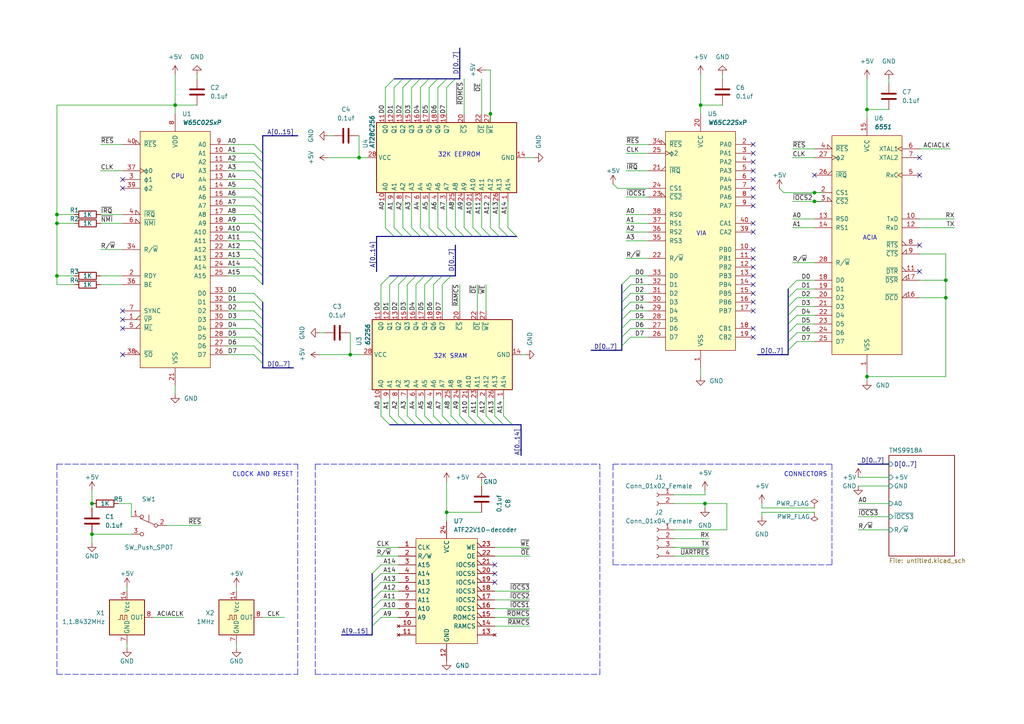
<source format=kicad_sch>
(kicad_sch (version 20211123) (generator eeschema)
  (paper "A4")
  (lib_symbols
    (symbol "65xx:6551" (pin_names (offset 1.016))
      (property "Reference" "U" (at -10.16 33.02 0))
      (property "Value" "6551" (at 0 0 90))
      (symbol "6551_1_1"
        (pin power_in line (at 0 -36.83 90) (length 5.08) (name "VSS") (number "1"))
        (pin output line (at 15.24 7.62 180) (length 5.08) (name "TxD") (number "10"))
        (pin output output_low (at 15.24 -7.62 180) (length 5.08) (name "~{DTR}") (number "11"))
        (pin input line (at 15.24 5.08 180) (length 5.08) (name "RxD") (number "12"))
        (pin input line (at -15.24 7.62 0) (length 5.08) (name "RS0") (number "13"))
        (pin input line (at -15.24 5.08 0) (length 5.08) (name "RS1") (number "14"))
        (pin power_in line (at 0 36.83 270) (length 5.08) (name "VCC") (number "15"))
        (pin input input_low (at 15.24 -15.24 180) (length 5.08) (name "~{DCD}") (number "16"))
        (pin input input_low (at 15.24 -10.16 180) (length 5.08) (name "~{DSR}") (number "17"))
        (pin bidirectional line (at -15.24 -10.16 0) (length 5.08) (name "D0") (number "18"))
        (pin bidirectional line (at -15.24 -12.7 0) (length 5.08) (name "D1") (number "19"))
        (pin input line (at -15.24 15.24 0) (length 5.08) (name "CS1") (number "2"))
        (pin bidirectional line (at -15.24 -15.24 0) (length 5.08) (name "D2") (number "20"))
        (pin bidirectional line (at -15.24 -17.78 0) (length 5.08) (name "D3") (number "21"))
        (pin bidirectional line (at -15.24 -20.32 0) (length 5.08) (name "D4") (number "22"))
        (pin bidirectional line (at -15.24 -22.86 0) (length 5.08) (name "D5") (number "23"))
        (pin bidirectional line (at -15.24 -25.4 0) (length 5.08) (name "D6") (number "24"))
        (pin bidirectional line (at -15.24 -27.94 0) (length 5.08) (name "D7") (number "25"))
        (pin open_collector output_low (at -15.24 20.32 0) (length 5.08) (name "~{IRQ}") (number "26"))
        (pin input clock (at -15.24 25.4 0) (length 5.08) (name "ϕ2") (number "27"))
        (pin input line (at -15.24 -5.08 0) (length 5.08) (name "R/~{W}") (number "28"))
        (pin input input_low (at -15.24 12.7 0) (length 5.08) (name "~{CS2}") (number "3"))
        (pin input input_low (at -15.24 27.94 0) (length 5.08) (name "~{RES}") (number "4"))
        (pin bidirectional clock (at 15.24 20.32 180) (length 5.08) (name "RxC") (number "5"))
        (pin input clock (at 15.24 27.94 180) (length 5.08) (name "XTAL1") (number "6"))
        (pin output line (at 15.24 25.4 180) (length 5.08) (name "XTAL2") (number "7"))
        (pin output output_low (at 15.24 0 180) (length 5.08) (name "~{RTS}") (number "8"))
        (pin input input_low (at 15.24 -2.54 180) (length 5.08) (name "~{CTS}") (number "9"))
      )
    )
    (symbol "65xx:W65C02SxP" (pin_names (offset 1.016))
      (property "Reference" "U" (at -10.16 35.56 0))
      (property "Value" "W65C02SxP" (at 0 0 90))
      (symbol "W65C02SxP_1_1"
        (pin output output_low (at -15.24 -20.32 0) (length 5.08) (name "~{VP}") (number "1"))
        (pin tri_state line (at 15.24 27.94 180) (length 5.08) (name "A1") (number "10"))
        (pin tri_state line (at 15.24 25.4 180) (length 5.08) (name "A2") (number "11"))
        (pin tri_state line (at 15.24 22.86 180) (length 5.08) (name "A3") (number "12"))
        (pin tri_state line (at 15.24 20.32 180) (length 5.08) (name "A4") (number "13"))
        (pin tri_state line (at 15.24 17.78 180) (length 5.08) (name "A5") (number "14"))
        (pin tri_state line (at 15.24 15.24 180) (length 5.08) (name "A6") (number "15"))
        (pin tri_state line (at 15.24 12.7 180) (length 5.08) (name "A7") (number "16"))
        (pin tri_state line (at 15.24 10.16 180) (length 5.08) (name "A8") (number "17"))
        (pin tri_state line (at 15.24 7.62 180) (length 5.08) (name "A9") (number "18"))
        (pin tri_state line (at 15.24 5.08 180) (length 5.08) (name "A10") (number "19"))
        (pin open_collector line (at -15.24 -7.62 0) (length 5.08) (name "RDY") (number "2"))
        (pin tri_state line (at 15.24 2.54 180) (length 5.08) (name "A11") (number "20"))
        (pin power_in line (at 0 -39.37 90) (length 5.08) (name "VSS") (number "21"))
        (pin tri_state line (at 15.24 0 180) (length 5.08) (name "A12") (number "22"))
        (pin tri_state line (at 15.24 -2.54 180) (length 5.08) (name "A13") (number "23"))
        (pin tri_state line (at 15.24 -5.08 180) (length 5.08) (name "A14") (number "24"))
        (pin tri_state line (at 15.24 -7.62 180) (length 5.08) (name "A15") (number "25"))
        (pin bidirectional line (at 15.24 -30.48 180) (length 5.08) (name "D7") (number "26"))
        (pin bidirectional line (at 15.24 -27.94 180) (length 5.08) (name "D6") (number "27"))
        (pin bidirectional line (at 15.24 -25.4 180) (length 5.08) (name "D5") (number "28"))
        (pin bidirectional line (at 15.24 -22.86 180) (length 5.08) (name "D4") (number "29"))
        (pin output line (at -15.24 20.32 0) (length 5.08) (name "ϕ1") (number "3"))
        (pin bidirectional line (at 15.24 -20.32 180) (length 5.08) (name "D3") (number "30"))
        (pin bidirectional line (at 15.24 -17.78 180) (length 5.08) (name "D2") (number "31"))
        (pin bidirectional line (at 15.24 -15.24 180) (length 5.08) (name "D1") (number "32"))
        (pin bidirectional line (at 15.24 -12.7 180) (length 5.08) (name "D0") (number "33"))
        (pin tri_state line (at -15.24 0 0) (length 5.08) (name "R/~{W}") (number "34"))
        (pin no_connect non_logic (at -10.16 -27.94 0) (length 2.54) hide (name "nc") (number "35"))
        (pin input line (at -15.24 -10.16 0) (length 5.08) (name "BE") (number "36"))
        (pin input clock (at -15.24 22.86 0) (length 5.08) (name "ϕ0") (number "37"))
        (pin input input_low (at -15.24 -30.48 0) (length 5.08) (name "~{SO}") (number "38"))
        (pin output line (at -15.24 17.78 0) (length 5.08) (name "ϕ2") (number "39"))
        (pin input input_low (at -15.24 10.16 0) (length 5.08) (name "~{IRQ}") (number "4"))
        (pin input input_low (at -15.24 30.48 0) (length 5.08) (name "~{RES}") (number "40"))
        (pin output output_low (at -15.24 -22.86 0) (length 5.08) (name "~{ML}") (number "5"))
        (pin input input_low (at -15.24 7.62 0) (length 5.08) (name "~{NMI}") (number "6"))
        (pin output line (at -15.24 -17.78 0) (length 5.08) (name "SYNC") (number "7"))
        (pin power_in line (at 0 39.37 270) (length 5.08) (name "VDD") (number "8"))
        (pin tri_state line (at 15.24 30.48 180) (length 5.08) (name "A0") (number "9"))
      )
    )
    (symbol "65xx:W65C22SxP" (pin_names (offset 1.016))
      (property "Reference" "U" (at -10.16 33.02 0))
      (property "Value" "W65C22SxP" (at 0 0 90))
      (symbol "W65C22SxP_1_1"
        (pin power_in line (at 0 -36.83 90) (length 5.08) (name "VSS") (number "1"))
        (pin bidirectional line (at 15.24 -2.54 180) (length 5.08) (name "PB0") (number "10"))
        (pin bidirectional line (at 15.24 -5.08 180) (length 5.08) (name "PB1") (number "11"))
        (pin bidirectional line (at 15.24 -7.62 180) (length 5.08) (name "PB2") (number "12"))
        (pin bidirectional line (at 15.24 -10.16 180) (length 5.08) (name "PB3") (number "13"))
        (pin bidirectional line (at 15.24 -12.7 180) (length 5.08) (name "PB4") (number "14"))
        (pin bidirectional line (at 15.24 -15.24 180) (length 5.08) (name "PB5") (number "15"))
        (pin bidirectional line (at 15.24 -17.78 180) (length 5.08) (name "PB6") (number "16"))
        (pin bidirectional line (at 15.24 -20.32 180) (length 5.08) (name "PB7") (number "17"))
        (pin input line (at 15.24 -25.4 180) (length 5.08) (name "CB1") (number "18"))
        (pin bidirectional line (at 15.24 -27.94 180) (length 5.08) (name "CB2") (number "19"))
        (pin bidirectional line (at 15.24 27.94 180) (length 5.08) (name "PA0") (number "2"))
        (pin power_in line (at 0 36.83 270) (length 5.08) (name "VCC") (number "20"))
        (pin output output_low (at -15.24 20.32 0) (length 5.08) (name "~{IRQ}") (number "21"))
        (pin input line (at -15.24 -5.08 0) (length 5.08) (name "R/~{W}") (number "22"))
        (pin input input_low (at -15.24 12.7 0) (length 5.08) (name "~{CS2}") (number "23"))
        (pin input line (at -15.24 15.24 0) (length 5.08) (name "CS1") (number "24"))
        (pin input clock (at -15.24 25.4 0) (length 5.08) (name "ϕ2") (number "25"))
        (pin bidirectional line (at -15.24 -27.94 0) (length 5.08) (name "D7") (number "26"))
        (pin bidirectional line (at -15.24 -25.4 0) (length 5.08) (name "D6") (number "27"))
        (pin bidirectional line (at -15.24 -22.86 0) (length 5.08) (name "D5") (number "28"))
        (pin bidirectional line (at -15.24 -20.32 0) (length 5.08) (name "D4") (number "29"))
        (pin bidirectional line (at 15.24 25.4 180) (length 5.08) (name "PA1") (number "3"))
        (pin bidirectional line (at -15.24 -17.78 0) (length 5.08) (name "D3") (number "30"))
        (pin bidirectional line (at -15.24 -15.24 0) (length 5.08) (name "D2") (number "31"))
        (pin bidirectional line (at -15.24 -12.7 0) (length 5.08) (name "D1") (number "32"))
        (pin bidirectional line (at -15.24 -10.16 0) (length 5.08) (name "D0") (number "33"))
        (pin input input_low (at -15.24 27.94 0) (length 5.08) (name "~{RES}") (number "34"))
        (pin input line (at -15.24 0 0) (length 5.08) (name "RS3") (number "35"))
        (pin input line (at -15.24 2.54 0) (length 5.08) (name "RS2") (number "36"))
        (pin input line (at -15.24 5.08 0) (length 5.08) (name "RS1") (number "37"))
        (pin input line (at -15.24 7.62 0) (length 5.08) (name "RS0") (number "38"))
        (pin bidirectional line (at 15.24 2.54 180) (length 5.08) (name "CA2") (number "39"))
        (pin bidirectional line (at 15.24 22.86 180) (length 5.08) (name "PA2") (number "4"))
        (pin input line (at 15.24 5.08 180) (length 5.08) (name "CA1") (number "40"))
        (pin bidirectional line (at 15.24 20.32 180) (length 5.08) (name "PA3") (number "5"))
        (pin bidirectional line (at 15.24 17.78 180) (length 5.08) (name "PA4") (number "6"))
        (pin bidirectional line (at 15.24 15.24 180) (length 5.08) (name "PA5") (number "7"))
        (pin bidirectional line (at 15.24 12.7 180) (length 5.08) (name "PA6") (number "8"))
        (pin bidirectional line (at 15.24 10.16 180) (length 5.08) (name "PA7") (number "9"))
      )
    )
    (symbol "Connector:Conn_01x02_Female" (pin_names (offset 1.016) hide)
      (property "Reference" "J" (at 0 2.54 0))
      (property "Value" "Conn_01x02_Female" (at 0 -5.08 0))
      (symbol "Conn_01x02_Female_1_1"
        (pin passive line (at -5.08 0 0) (length 3.81) (name "Pin_1") (number "1"))
        (pin passive line (at -5.08 -2.54 0) (length 3.81) (name "Pin_2") (number "2"))
      )
    )
    (symbol "Connector:Conn_01x04_Female" (pin_names (offset 1.016) hide)
      (property "Reference" "J" (at 0 5.08 0))
      (property "Value" "Conn_01x04_Female" (at 0 -7.62 0))
      (symbol "Conn_01x04_Female_1_1"
        (pin passive line (at -5.08 2.54 0) (length 3.81) (name "Pin_1") (number "1"))
        (pin passive line (at -5.08 0 0) (length 3.81) (name "Pin_2") (number "2"))
        (pin passive line (at -5.08 -2.54 0) (length 3.81) (name "Pin_3") (number "3"))
        (pin passive line (at -5.08 -5.08 0) (length 3.81) (name "Pin_4") (number "4"))
      )
    )
    (symbol "Device:C" (pin_numbers hide) (pin_names (offset 0.254))
      (property "Reference" "C" (at 0.635 2.54 0))
      (property "Value" "C" (at 0.635 -2.54 0))
      (symbol "C_1_1"
        (pin passive line (at 0 3.81 270) (length 2.794) (name "~") (number "1"))
        (pin passive line (at 0 -3.81 90) (length 2.794) (name "~") (number "2"))
      )
    )
    (symbol "Device:R" (pin_numbers hide) (pin_names (offset 0))
      (property "Reference" "R" (at 2.032 0 90))
      (property "Value" "R" (at 0 0 90))
      (symbol "R_1_1"
        (pin passive line (at 0 3.81 270) (length 1.27) (name "~") (number "1"))
        (pin passive line (at 0 -3.81 90) (length 1.27) (name "~") (number "2"))
      )
    )
    (symbol "Memory_RAM:KM62256CLP"
      (property "Reference" "U3" (at -10.16 21.59 0))
      (property "Value" "KM62256CLP" (at 1.27 21.59 0))
      (symbol "KM62256CLP_0_0"
        (pin power_in line (at 0 -22.86 90) (length 2.54) (name "GND") (number "14"))
        (pin power_in line (at 0 22.86 270) (length 2.54) (name "VCC") (number "28"))
      )
      (symbol "KM62256CLP_1_1"
        (pin input line (at -12.7 -17.78 0) (length 2.54) (name "A14") (number "1"))
        (pin input line (at -12.7 17.78 0) (length 2.54) (name "A0") (number "10"))
        (pin tri_state line (at 12.7 17.78 180) (length 2.54) (name "Q0") (number "11"))
        (pin tri_state line (at 12.7 15.24 180) (length 2.54) (name "Q1") (number "12"))
        (pin tri_state line (at 12.7 12.7 180) (length 2.54) (name "Q2") (number "13"))
        (pin tri_state line (at 12.7 10.16 180) (length 2.54) (name "Q3") (number "15"))
        (pin tri_state line (at 12.7 7.62 180) (length 2.54) (name "Q4") (number "16"))
        (pin tri_state line (at 12.7 5.08 180) (length 2.54) (name "Q5") (number "17"))
        (pin tri_state line (at 12.7 2.54 180) (length 2.54) (name "Q6") (number "18"))
        (pin tri_state line (at 12.7 0 180) (length 2.54) (name "Q7") (number "19"))
        (pin input line (at -12.7 -12.7 0) (length 2.54) (name "A12") (number "2"))
        (pin input line (at 12.7 -5.08 180) (length 2.54) (name "~{CS}") (number "20"))
        (pin input line (at -12.7 -7.62 0) (length 2.54) (name "A10") (number "21"))
        (pin input line (at 12.7 -10.16 180) (length 2.54) (name "~{OE}") (number "22"))
        (pin input line (at -12.7 -10.16 0) (length 2.54) (name "A11") (number "23"))
        (pin input line (at -12.7 -5.08 0) (length 2.54) (name "A9") (number "24"))
        (pin input line (at -12.7 -2.54 0) (length 2.54) (name "A8") (number "25"))
        (pin input line (at -12.7 -15.24 0) (length 2.54) (name "A13") (number "26"))
        (pin input line (at 12.7 -12.7 180) (length 2.54) (name "~{WE}") (number "27"))
        (pin input line (at -12.7 0 0) (length 2.54) (name "A7") (number "3"))
        (pin input line (at -12.7 2.54 0) (length 2.54) (name "A6") (number "4"))
        (pin input line (at -12.7 5.08 0) (length 2.54) (name "A5") (number "5"))
        (pin input line (at -12.7 7.62 0) (length 2.54) (name "A4") (number "6"))
        (pin input line (at -12.7 10.16 0) (length 2.54) (name "A3") (number "7"))
        (pin input line (at -12.7 12.7 0) (length 2.54) (name "A2") (number "8"))
        (pin input line (at -12.7 15.24 0) (length 2.54) (name "A1") (number "9"))
      )
    )
    (symbol "Oscillator:ACO-xxxMHz" (pin_names (offset 0.254))
      (property "Reference" "X" (at -5.08 6.35 0))
      (property "Value" "ACO-xxxMHz" (at 1.27 -6.35 0))
      (symbol "ACO-xxxMHz_1_1"
        (pin no_connect line (at -7.62 0 0) (length 2.54) hide (name "NC") (number "1"))
        (pin power_in line (at 0 7.62 270) (length 2.54) (name "Vcc") (number "14"))
        (pin power_in line (at 0 -7.62 90) (length 2.54) (name "GND") (number "7"))
        (pin output line (at 7.62 0 180) (length 2.54) (name "OUT") (number "8"))
      )
    )
    (symbol "Switch:SW_Push_SPDT" (pin_names (offset 0) hide)
      (property "Reference" "SW" (at 0 4.318 0))
      (property "Value" "SW_Push_SPDT" (at 0 -5.08 0))
      (symbol "SW_Push_SPDT_1_1"
        (pin passive line (at 5.08 2.54 180) (length 2.54) (name "A") (number "1"))
        (pin passive line (at -5.08 0 0) (length 2.54) (name "B") (number "2"))
        (pin passive line (at 5.08 -2.54 180) (length 2.54) (name "C") (number "3"))
      )
    )
    (symbol "local_lib:AT28C256"
      (property "Reference" "U4" (at -2.0194 -25.4 0))
      (property "Value" "AT28C256" (at 1.27 21.59 0))
      (symbol "AT28C256_0_0"
        (pin power_in line (at 0 -22.86 90) (length 2.54) (name "GND") (number "14"))
        (pin power_in line (at 0 22.86 270) (length 2.54) (name "VCC") (number "28"))
      )
      (symbol "AT28C256_1_1"
        (pin input line (at -12.7 -17.78 0) (length 2.54) (name "A14") (number "1"))
        (pin input line (at -12.7 17.78 0) (length 2.54) (name "A0") (number "10"))
        (pin tri_state line (at 12.7 17.78 180) (length 2.54) (name "Q0") (number "11"))
        (pin tri_state line (at 12.7 15.24 180) (length 2.54) (name "Q1") (number "12"))
        (pin tri_state line (at 12.7 12.7 180) (length 2.54) (name "Q2") (number "13"))
        (pin tri_state line (at 12.7 10.16 180) (length 2.54) (name "Q3") (number "15"))
        (pin tri_state line (at 12.7 7.62 180) (length 2.54) (name "Q4") (number "16"))
        (pin tri_state line (at 12.7 5.08 180) (length 2.54) (name "Q5") (number "17"))
        (pin tri_state line (at 12.7 2.54 180) (length 2.54) (name "Q6") (number "18"))
        (pin tri_state line (at 12.7 0 180) (length 2.54) (name "Q7") (number "19"))
        (pin input line (at -12.7 -12.7 0) (length 2.54) (name "A12") (number "2"))
        (pin input line (at 12.7 -5.08 180) (length 2.54) (name "~{CS}") (number "20"))
        (pin input line (at -12.7 -7.62 0) (length 2.54) (name "A10") (number "21"))
        (pin input line (at 12.7 -10.16 180) (length 2.54) (name "~{OE}") (number "22"))
        (pin input line (at -12.7 -10.16 0) (length 2.54) (name "A11") (number "23"))
        (pin input line (at -12.7 -5.08 0) (length 2.54) (name "A9") (number "24"))
        (pin input line (at -12.7 -2.54 0) (length 2.54) (name "A8") (number "25"))
        (pin input line (at -12.7 -15.24 0) (length 2.54) (name "A13") (number "26"))
        (pin input line (at 12.7 -12.7 180) (length 2.54) (name "~{WE}") (number "27"))
        (pin input line (at -12.7 0 0) (length 2.54) (name "A7") (number "3"))
        (pin input line (at -12.7 2.54 0) (length 2.54) (name "A6") (number "4"))
        (pin input line (at -12.7 5.08 0) (length 2.54) (name "A5") (number "5"))
        (pin input line (at -12.7 7.62 0) (length 2.54) (name "A4") (number "6"))
        (pin input line (at -12.7 10.16 0) (length 2.54) (name "A3") (number "7"))
        (pin input line (at -12.7 12.7 0) (length 2.54) (name "A2") (number "8"))
        (pin input line (at -12.7 15.24 0) (length 2.54) (name "A1") (number "9"))
      )
    )
    (symbol "local_lib:ATF22V10-decoder"
      (property "Reference" "U" (at -8.89 -1.27 0))
      (property "Value" "ATF22V10-decoder" (at 0 -17.78 90))
      (symbol "ATF22V10-decoder_1_1"
        (pin input line (at -13.97 -5.08 0) (length 5) (name "CLK") (number "1"))
        (pin no_connect line (at -13.97 -27.94 0) (length 5) (name "") (number "10"))
        (pin no_connect line (at -13.97 -30.48 0) (length 5) (name "") (number "11"))
        (pin power_in line (at 0 -38.1 90) (length 5) (name "GND") (number "12"))
        (pin no_connect line (at 13.97 -30.48 180) (length 5) (name "") (number "13"))
        (pin output output_low (at 13.97 -27.94 180) (length 5) (name "RAMCS") (number "14"))
        (pin output output_low (at 13.97 -25.4 180) (length 5) (name "ROMCS") (number "15"))
        (pin output output_low (at 13.97 -22.86 180) (length 5) (name "IOCS1") (number "16"))
        (pin output output_low (at 13.97 -20.32 180) (length 5) (name "IOCS2") (number "17"))
        (pin output output_low (at 13.97 -17.78 180) (length 5) (name "IOCS3") (number "18"))
        (pin output output_low (at 13.97 -15.24 180) (length 5) (name "IOCS4") (number "19"))
        (pin input line (at -13.97 -7.62 0) (length 5) (name "R/W") (number "2"))
        (pin output output_low (at 13.97 -12.7 180) (length 5) (name "IOCS5") (number "20"))
        (pin output output_low (at 13.97 -10.16 180) (length 5) (name "IOCS6") (number "21"))
        (pin output output_low (at 13.97 -7.62 180) (length 5) (name "OE") (number "22"))
        (pin output output_low (at 13.97 -5.08 180) (length 5) (name "WE") (number "23"))
        (pin power_in line (at 0 2.54 270) (length 5) (name "VCC") (number "24"))
        (pin input line (at -13.97 -10.16 0) (length 5) (name "A15") (number "3"))
        (pin input line (at -13.97 -12.7 0) (length 5) (name "A14") (number "4"))
        (pin input line (at -13.97 -15.24 0) (length 5) (name "A13") (number "5"))
        (pin input line (at -13.97 -17.78 0) (length 5) (name "A12") (number "6"))
        (pin input line (at -13.97 -20.32 0) (length 5) (name "A11") (number "7"))
        (pin input line (at -13.97 -22.86 0) (length 5) (name "A10") (number "8"))
        (pin input line (at -13.97 -25.4 0) (length 5) (name "A9") (number "9"))
      )
    )
    (symbol "power:+5V" (power) (pin_names (offset 0))
      (property "Value" "+5V" (at 0 3.556 0))
      (symbol "+5V_1_1"
        (pin power_in line (at 0 0 90) (length 0) hide (name "+5V") (number "1"))
      )
    )
    (symbol "power:GND" (power) (pin_names (offset 0))
      (property "Value" "GND" (at 0 -3.81 0))
      (symbol "GND_1_1"
        (pin power_in line (at 0 0 270) (length 0) hide (name "GND") (number "1"))
      )
    )
    (symbol "power:PWR_FLAG" (power) (pin_numbers hide) (pin_names (offset 0) hide)
      (property "Value" "PWR_FLAG" (at 0 3.81 0))
      (symbol "PWR_FLAG_0_0"
        (pin power_out line (at 0 0 90) (length 0) (name "pwr") (number "1"))
      )
    )
  )
  (junction (at 50.8 30.48))
  (junction (at 104.14 45.72))
  (junction (at 142.24 33.02))
  (junction (at 236.22 55.88))
  (junction (at 26.67 154.94))
  (junction (at 16.51 62.23))
  (junction (at 251.46 31.75))
  (junction (at 274.32 86.36))
  (junction (at 129.54 148.59))
  (junction (at 16.51 80.01))
  (junction (at 203.2 30.48))
  (junction (at 251.46 109.22))
  (junction (at 101.6 102.87))
  (junction (at 16.51 64.77))
  (junction (at 274.32 81.28))
  (junction (at 204.47 146.05))
  (junction (at 26.67 146.05))
  (junction (at 236.22 58.42))
  (no_connect (at 218.44 57.15))
  (no_connect (at 236.22 50.8))
  (no_connect (at 218.44 80.01))
  (no_connect (at 218.44 64.77))
  (no_connect (at 218.44 67.31))
  (no_connect (at 218.44 97.79))
  (no_connect (at 218.44 95.25))
  (no_connect (at 218.44 87.63))
  (no_connect (at 218.44 59.69))
  (no_connect (at 218.44 72.39))
  (no_connect (at 218.44 41.91))
  (no_connect (at 218.44 85.09))
  (no_connect (at 143.51 163.83))
  (no_connect (at 143.51 166.37))
  (no_connect (at 143.51 168.91))
  (no_connect (at 266.7 45.72))
  (no_connect (at 218.44 52.07))
  (no_connect (at 218.44 90.17))
  (no_connect (at 218.44 82.55))
  (no_connect (at 266.7 50.8))
  (no_connect (at 266.7 71.12))
  (no_connect (at 218.44 54.61))
  (no_connect (at 218.44 49.53))
  (no_connect (at 218.44 46.99))
  (no_connect (at 218.44 74.93))
  (no_connect (at 218.44 44.45))
  (no_connect (at 218.44 77.47))
  (no_connect (at 266.7 78.74))
  (no_connect (at 35.56 54.61))
  (no_connect (at 35.56 92.71))
  (no_connect (at 35.56 90.17))
  (no_connect (at 35.56 95.25))
  (no_connect (at 35.56 102.87))
  (no_connect (at 35.56 52.07))
  (bus_entry (at 138.43 120.65) (size 2.54 2.54))
  (bus_entry (at 73.66 77.47) (size 2.54 2.54))
  (bus_entry (at 73.66 57.15) (size 2.54 2.54))
  (bus_entry (at 114.3 25.4) (size 2.54 -2.54))
  (bus_entry (at 115.57 120.65) (size 2.54 2.54))
  (bus_entry (at 73.66 62.23) (size 2.54 2.54))
  (bus_entry (at 182.88 85.09) (size -2.54 2.54))
  (bus_entry (at 231.14 96.52) (size -2.54 2.54))
  (bus_entry (at 125.73 82.55) (size 2.54 -2.54))
  (bus_entry (at 231.14 93.98) (size -2.54 2.54))
  (bus_entry (at 73.66 69.85) (size 2.54 2.54))
  (bus_entry (at 182.88 97.79) (size -2.54 2.54))
  (bus_entry (at 182.88 90.17) (size -2.54 2.54))
  (bus_entry (at 182.88 80.01) (size -2.54 2.54))
  (bus_entry (at 231.14 88.9) (size -2.54 2.54))
  (bus_entry (at 111.76 25.4) (size 2.54 -2.54))
  (bus_entry (at 110.49 120.65) (size 2.54 2.54))
  (bus_entry (at 231.14 99.06) (size -2.54 2.54))
  (bus_entry (at 116.84 25.4) (size 2.54 -2.54))
  (bus_entry (at 123.19 120.65) (size 2.54 2.54))
  (bus_entry (at 73.66 67.31) (size 2.54 2.54))
  (bus_entry (at 139.7 66.04) (size 2.54 2.54))
  (bus_entry (at 144.78 66.04) (size 2.54 2.54))
  (bus_entry (at 129.54 25.4) (size 2.54 -2.54))
  (bus_entry (at 111.76 66.04) (size 2.54 2.54))
  (bus_entry (at 73.66 85.09) (size 2.54 2.54))
  (bus_entry (at 121.92 66.04) (size 2.54 2.54))
  (bus_entry (at 182.88 95.25) (size -2.54 2.54))
  (bus_entry (at 124.46 25.4) (size 2.54 -2.54))
  (bus_entry (at 107.95 171.45) (size 2.54 -2.54))
  (bus_entry (at 123.19 82.55) (size 2.54 -2.54))
  (bus_entry (at 120.65 120.65) (size 2.54 2.54))
  (bus_entry (at 182.88 87.63) (size -2.54 2.54))
  (bus_entry (at 113.03 120.65) (size 2.54 2.54))
  (bus_entry (at 137.16 66.04) (size 2.54 2.54))
  (bus_entry (at 107.95 166.37) (size 2.54 -2.54))
  (bus_entry (at 107.95 168.91) (size 2.54 -2.54))
  (bus_entry (at 107.95 179.07) (size 2.54 -2.54))
  (bus_entry (at 73.66 54.61) (size 2.54 2.54))
  (bus_entry (at 73.66 49.53) (size 2.54 2.54))
  (bus_entry (at 147.32 66.04) (size 2.54 2.54))
  (bus_entry (at 142.24 66.04) (size 2.54 2.54))
  (bus_entry (at 73.66 74.93) (size 2.54 2.54))
  (bus_entry (at 231.14 83.82) (size -2.54 2.54))
  (bus_entry (at 146.05 120.65) (size 2.54 2.54))
  (bus_entry (at 133.35 120.65) (size 2.54 2.54))
  (bus_entry (at 129.54 66.04) (size 2.54 2.54))
  (bus_entry (at 113.03 82.55) (size 2.54 -2.54))
  (bus_entry (at 73.66 64.77) (size 2.54 2.54))
  (bus_entry (at 182.88 92.71) (size -2.54 2.54))
  (bus_entry (at 231.14 81.28) (size -2.54 2.54))
  (bus_entry (at 125.73 120.65) (size 2.54 2.54))
  (bus_entry (at 107.95 173.99) (size 2.54 -2.54))
  (bus_entry (at 127 66.04) (size 2.54 2.54))
  (bus_entry (at 107.95 176.53) (size 2.54 -2.54))
  (bus_entry (at 115.57 82.55) (size 2.54 -2.54))
  (bus_entry (at 73.66 46.99) (size 2.54 2.54))
  (bus_entry (at 143.51 120.65) (size 2.54 2.54))
  (bus_entry (at 116.84 66.04) (size 2.54 2.54))
  (bus_entry (at 231.14 86.36) (size -2.54 2.54))
  (bus_entry (at 110.49 82.55) (size 2.54 -2.54))
  (bus_entry (at 132.08 66.04) (size 2.54 2.54))
  (bus_entry (at 130.81 120.65) (size 2.54 2.54))
  (bus_entry (at 73.66 80.01) (size 2.54 2.54))
  (bus_entry (at 140.97 120.65) (size 2.54 2.54))
  (bus_entry (at 119.38 25.4) (size 2.54 -2.54))
  (bus_entry (at 73.66 102.87) (size 2.54 2.54))
  (bus_entry (at 73.66 97.79) (size 2.54 2.54))
  (bus_entry (at 73.66 95.25) (size 2.54 2.54))
  (bus_entry (at 73.66 100.33) (size 2.54 2.54))
  (bus_entry (at 73.66 87.63) (size 2.54 2.54))
  (bus_entry (at 73.66 90.17) (size 2.54 2.54))
  (bus_entry (at 73.66 92.71) (size 2.54 2.54))
  (bus_entry (at 120.65 82.55) (size 2.54 -2.54))
  (bus_entry (at 119.38 66.04) (size 2.54 2.54))
  (bus_entry (at 73.66 72.39) (size 2.54 2.54))
  (bus_entry (at 124.46 66.04) (size 2.54 2.54))
  (bus_entry (at 231.14 91.44) (size -2.54 2.54))
  (bus_entry (at 128.27 82.55) (size 2.54 -2.54))
  (bus_entry (at 73.66 41.91) (size 2.54 2.54))
  (bus_entry (at 73.66 44.45) (size 2.54 2.54))
  (bus_entry (at 73.66 52.07) (size 2.54 2.54))
  (bus_entry (at 128.27 120.65) (size 2.54 2.54))
  (bus_entry (at 73.66 59.69) (size 2.54 2.54))
  (bus_entry (at 135.89 120.65) (size 2.54 2.54))
  (bus_entry (at 118.11 82.55) (size 2.54 -2.54))
  (bus_entry (at 118.11 120.65) (size 2.54 2.54))
  (bus_entry (at 182.88 82.55) (size -2.54 2.54))
  (bus_entry (at 121.92 25.4) (size 2.54 -2.54))
  (bus_entry (at 114.3 66.04) (size 2.54 2.54))
  (bus_entry (at 107.95 181.61) (size 2.54 -2.54))
  (bus_entry (at 127 25.4) (size 2.54 -2.54))
  (bus_entry (at 134.62 66.04) (size 2.54 2.54))
  (wire (pts (xy 251.46 109.22) (xy 251.46 110.49)))
  (bus (pts (xy 123.19 80.01) (xy 125.73 80.01)))
  (wire (pts (xy 125.73 90.17) (xy 125.73 82.55)))
  (wire (pts (xy 195.58 161.29) (xy 205.74 161.29)))
  (wire (pts (xy 236.22 81.28) (xy 231.14 81.28)))
  (wire (pts (xy 66.04 62.23) (xy 73.66 62.23)))
  (wire (pts (xy 66.04 59.69) (xy 73.66 59.69)))
  (wire (pts (xy 36.83 170.18) (xy 36.83 171.45)))
  (wire (pts (xy 128.27 90.17) (xy 128.27 82.55)))
  (bus (pts (xy 76.2 105.41) (xy 76.2 106.68)))
  (bus (pts (xy 228.6 86.36) (xy 228.6 88.9)))
  (wire (pts (xy 236.22 86.36) (xy 231.14 86.36)))
  (bus (pts (xy 130.81 80.01) (xy 132.08 80.01)))
  (wire (pts (xy 181.61 62.23) (xy 187.96 62.23)))
  (wire (pts (xy 227.33 55.88) (xy 236.22 55.88)))
  (bus (pts (xy 76.2 106.68) (xy 85.09 106.68)))
  (polyline (pts (xy 91.44 134.62) (xy 173.99 134.62)))
  (wire (pts (xy 140.97 82.55) (xy 140.97 90.17)))
  (bus (pts (xy 115.57 123.19) (xy 118.11 123.19)))
  (bus (pts (xy 148.59 123.19) (xy 151.13 123.19)))
  (wire (pts (xy 66.04 44.45) (xy 73.66 44.45)))
  (wire (pts (xy 66.04 92.71) (xy 73.66 92.71)))
  (wire (pts (xy 66.04 67.31) (xy 73.66 67.31)))
  (bus (pts (xy 228.6 93.98) (xy 228.6 96.52)))
  (polyline (pts (xy 16.51 195.58) (xy 86.36 195.58)))
  (wire (pts (xy 229.87 66.04) (xy 236.22 66.04)))
  (wire (pts (xy 142.24 33.02) (xy 142.24 20.32)))
  (wire (pts (xy 248.92 146.05) (xy 257.81 146.05)))
  (wire (pts (xy 220.98 148.59) (xy 236.22 148.59)))
  (bus (pts (xy 107.95 166.37) (xy 107.95 168.91)))
  (wire (pts (xy 238.76 58.42) (xy 236.22 58.42)))
  (wire (pts (xy 50.8 30.48) (xy 50.8 33.02)))
  (wire (pts (xy 229.87 43.18) (xy 236.22 43.18)))
  (wire (pts (xy 236.22 58.42) (xy 229.87 58.42)))
  (wire (pts (xy 142.24 58.42) (xy 142.24 66.04)))
  (wire (pts (xy 110.49 173.99) (xy 115.57 173.99)))
  (bus (pts (xy 109.22 68.58) (xy 114.3 68.58)))
  (wire (pts (xy 38.1 146.05) (xy 34.29 146.05)))
  (bus (pts (xy 125.73 80.01) (xy 128.27 80.01)))
  (bus (pts (xy 76.2 80.01) (xy 76.2 82.55)))
  (wire (pts (xy 120.65 90.17) (xy 120.65 82.55)))
  (wire (pts (xy 66.04 41.91) (xy 73.66 41.91)))
  (bus (pts (xy 132.08 68.58) (xy 134.62 68.58)))
  (wire (pts (xy 66.04 102.87) (xy 73.66 102.87)))
  (wire (pts (xy 210.82 153.67) (xy 210.82 146.05)))
  (bus (pts (xy 76.2 100.33) (xy 76.2 102.87)))
  (wire (pts (xy 48.26 152.4) (xy 58.42 152.4)))
  (wire (pts (xy 251.46 109.22) (xy 274.32 109.22)))
  (bus (pts (xy 151.13 132.08) (xy 151.13 123.19)))
  (wire (pts (xy 16.51 64.77) (xy 16.51 62.23)))
  (wire (pts (xy 129.54 148.59) (xy 129.54 151.13)))
  (wire (pts (xy 187.96 87.63) (xy 182.88 87.63)))
  (polyline (pts (xy 173.99 195.58) (xy 173.99 134.62)))
  (wire (pts (xy 187.96 85.09) (xy 182.88 85.09)))
  (bus (pts (xy 146.05 123.19) (xy 148.59 123.19)))
  (wire (pts (xy 113.03 90.17) (xy 113.03 82.55)))
  (bus (pts (xy 257.81 134.62) (xy 248.92 134.62)))
  (wire (pts (xy 181.61 67.31) (xy 187.96 67.31)))
  (wire (pts (xy 251.46 31.75) (xy 257.81 31.75)))
  (bus (pts (xy 228.6 88.9) (xy 228.6 91.44)))
  (bus (pts (xy 228.6 102.87) (xy 219.71 102.87)))
  (wire (pts (xy 21.59 82.55) (xy 16.51 82.55)))
  (bus (pts (xy 124.46 68.58) (xy 127 68.58)))
  (wire (pts (xy 66.04 85.09) (xy 73.66 85.09)))
  (wire (pts (xy 236.22 99.06) (xy 231.14 99.06)))
  (bus (pts (xy 76.2 59.69) (xy 76.2 62.23)))
  (bus (pts (xy 114.3 68.58) (xy 116.84 68.58)))
  (wire (pts (xy 124.46 33.02) (xy 124.46 25.4)))
  (wire (pts (xy 26.67 146.05) (xy 26.67 147.32)))
  (wire (pts (xy 146.05 115.57) (xy 146.05 120.65)))
  (wire (pts (xy 21.59 64.77) (xy 16.51 64.77)))
  (bus (pts (xy 129.54 68.58) (xy 132.08 68.58)))
  (bus (pts (xy 129.54 22.86) (xy 132.08 22.86)))
  (wire (pts (xy 129.54 58.42) (xy 129.54 66.04)))
  (wire (pts (xy 50.8 30.48) (xy 57.15 30.48)))
  (polyline (pts (xy 16.51 134.62) (xy 16.51 195.58)))
  (wire (pts (xy 143.51 171.45) (xy 153.67 171.45)))
  (wire (pts (xy 229.87 76.2) (xy 236.22 76.2)))
  (wire (pts (xy 181.61 41.91) (xy 187.96 41.91)))
  (bus (pts (xy 138.43 123.19) (xy 140.97 123.19)))
  (wire (pts (xy 111.76 33.02) (xy 111.76 25.4)))
  (wire (pts (xy 110.49 171.45) (xy 115.57 171.45)))
  (bus (pts (xy 76.2 97.79) (xy 76.2 100.33)))
  (wire (pts (xy 179.07 54.61) (xy 177.8 53.34)))
  (wire (pts (xy 143.51 181.61) (xy 153.67 181.61)))
  (wire (pts (xy 66.04 72.39) (xy 73.66 72.39)))
  (wire (pts (xy 134.62 33.02) (xy 134.62 22.86)))
  (bus (pts (xy 133.35 123.19) (xy 135.89 123.19)))
  (wire (pts (xy 251.46 22.86) (xy 251.46 31.75)))
  (bus (pts (xy 76.2 52.07) (xy 76.2 54.61)))
  (wire (pts (xy 204.47 142.24) (xy 204.47 143.51)))
  (wire (pts (xy 266.7 86.36) (xy 274.32 86.36)))
  (wire (pts (xy 125.73 115.57) (xy 125.73 120.65)))
  (bus (pts (xy 76.2 95.25) (xy 76.2 97.79)))
  (bus (pts (xy 76.2 77.47) (xy 76.2 80.01)))
  (wire (pts (xy 133.35 82.55) (xy 133.35 90.17)))
  (wire (pts (xy 121.92 58.42) (xy 121.92 66.04)))
  (wire (pts (xy 210.82 146.05) (xy 204.47 146.05)))
  (wire (pts (xy 137.16 58.42) (xy 137.16 66.04)))
  (wire (pts (xy 236.22 96.52) (xy 231.14 96.52)))
  (wire (pts (xy 127 33.02) (xy 127 25.4)))
  (bus (pts (xy 130.81 123.19) (xy 133.35 123.19)))
  (wire (pts (xy 138.43 82.55) (xy 138.43 90.17)))
  (wire (pts (xy 251.46 31.75) (xy 251.46 34.29)))
  (bus (pts (xy 228.6 99.06) (xy 228.6 101.6)))
  (bus (pts (xy 228.6 91.44) (xy 228.6 93.98)))
  (wire (pts (xy 38.1 149.86) (xy 38.1 146.05)))
  (wire (pts (xy 119.38 58.42) (xy 119.38 66.04)))
  (wire (pts (xy 50.8 111.76) (xy 50.8 114.3)))
  (wire (pts (xy 104.14 45.72) (xy 104.14 39.37)))
  (wire (pts (xy 50.8 21.59) (xy 50.8 30.48)))
  (polyline (pts (xy 91.44 134.62) (xy 91.44 195.58)))
  (wire (pts (xy 209.55 22.86) (xy 209.55 21.59)))
  (wire (pts (xy 274.32 73.66) (xy 274.32 81.28)))
  (wire (pts (xy 181.61 69.85) (xy 187.96 69.85)))
  (wire (pts (xy 143.51 176.53) (xy 153.67 176.53)))
  (bus (pts (xy 76.2 54.61) (xy 76.2 57.15)))
  (bus (pts (xy 116.84 22.86) (xy 119.38 22.86)))
  (wire (pts (xy 92.71 102.87) (xy 101.6 102.87)))
  (wire (pts (xy 127 58.42) (xy 127 66.04)))
  (wire (pts (xy 143.51 179.07) (xy 153.67 179.07)))
  (wire (pts (xy 220.98 146.05) (xy 220.98 147.32)))
  (polyline (pts (xy 177.8 163.83) (xy 177.8 134.62)))
  (wire (pts (xy 66.04 77.47) (xy 73.66 77.47)))
  (bus (pts (xy 147.32 68.58) (xy 149.86 68.58)))
  (wire (pts (xy 120.65 115.57) (xy 120.65 120.65)))
  (bus (pts (xy 118.11 123.19) (xy 120.65 123.19)))
  (wire (pts (xy 116.84 58.42) (xy 116.84 66.04)))
  (wire (pts (xy 66.04 52.07) (xy 73.66 52.07)))
  (bus (pts (xy 146.05 123.19) (xy 143.51 123.19)))
  (wire (pts (xy 181.61 49.53) (xy 187.96 49.53)))
  (bus (pts (xy 76.2 92.71) (xy 76.2 95.25)))
  (bus (pts (xy 107.95 173.99) (xy 107.95 176.53)))
  (bus (pts (xy 116.84 68.58) (xy 119.38 68.58)))
  (bus (pts (xy 76.2 87.63) (xy 76.2 90.17)))
  (wire (pts (xy 274.32 86.36) (xy 274.32 109.22)))
  (wire (pts (xy 147.32 58.42) (xy 147.32 66.04)))
  (wire (pts (xy 29.21 62.23) (xy 35.56 62.23)))
  (wire (pts (xy 266.7 43.18) (xy 275.59 43.18)))
  (bus (pts (xy 76.2 44.45) (xy 76.2 46.99)))
  (wire (pts (xy 236.22 88.9) (xy 231.14 88.9)))
  (wire (pts (xy 111.76 58.42) (xy 111.76 66.04)))
  (wire (pts (xy 195.58 143.51) (xy 204.47 143.51)))
  (wire (pts (xy 187.96 97.79) (xy 182.88 97.79)))
  (bus (pts (xy 125.73 123.19) (xy 128.27 123.19)))
  (wire (pts (xy 116.84 33.02) (xy 116.84 25.4)))
  (bus (pts (xy 107.95 179.07) (xy 107.95 181.61)))
  (wire (pts (xy 123.19 115.57) (xy 123.19 120.65)))
  (wire (pts (xy 257.81 24.13) (xy 257.81 22.86)))
  (wire (pts (xy 29.21 80.01) (xy 35.56 80.01)))
  (bus (pts (xy 99.06 184.15) (xy 107.95 184.15)))
  (bus (pts (xy 228.6 96.52) (xy 228.6 99.06)))
  (bus (pts (xy 76.2 67.31) (xy 76.2 69.85)))
  (wire (pts (xy 115.57 90.17) (xy 115.57 82.55)))
  (wire (pts (xy 16.51 82.55) (xy 16.51 80.01)))
  (wire (pts (xy 123.19 90.17) (xy 123.19 82.55)))
  (wire (pts (xy 66.04 54.61) (xy 73.66 54.61)))
  (wire (pts (xy 257.81 149.86) (xy 248.92 149.86)))
  (polyline (pts (xy 241.3 134.62) (xy 241.3 163.83)))
  (wire (pts (xy 68.58 170.18) (xy 68.58 171.45)))
  (wire (pts (xy 29.21 82.55) (xy 35.56 82.55)))
  (polyline (pts (xy 86.36 195.58) (xy 86.36 134.62)))
  (wire (pts (xy 140.97 20.32) (xy 142.24 20.32)))
  (wire (pts (xy 130.81 115.57) (xy 130.81 120.65)))
  (bus (pts (xy 119.38 22.86) (xy 121.92 22.86)))
  (bus (pts (xy 180.34 85.09) (xy 180.34 87.63)))
  (wire (pts (xy 266.7 73.66) (xy 274.32 73.66)))
  (polyline (pts (xy 91.44 195.58) (xy 173.99 195.58)))
  (wire (pts (xy 66.04 100.33) (xy 73.66 100.33)))
  (wire (pts (xy 29.21 41.91) (xy 35.56 41.91)))
  (polyline (pts (xy 241.3 163.83) (xy 177.8 163.83)))
  (wire (pts (xy 57.15 22.86) (xy 57.15 21.59)))
  (wire (pts (xy 203.2 30.48) (xy 203.2 33.02)))
  (bus (pts (xy 76.2 102.87) (xy 76.2 105.41)))
  (wire (pts (xy 274.32 81.28) (xy 274.32 86.36)))
  (bus (pts (xy 123.19 123.19) (xy 125.73 123.19)))
  (bus (pts (xy 140.97 123.19) (xy 143.51 123.19)))
  (bus (pts (xy 127 22.86) (xy 129.54 22.86)))
  (wire (pts (xy 110.49 115.57) (xy 110.49 120.65)))
  (bus (pts (xy 76.2 39.37) (xy 76.2 44.45)))
  (wire (pts (xy 248.92 153.67) (xy 257.81 153.67)))
  (wire (pts (xy 26.67 142.24) (xy 26.67 146.05)))
  (wire (pts (xy 251.46 107.95) (xy 251.46 109.22)))
  (wire (pts (xy 114.3 58.42) (xy 114.3 66.04)))
  (bus (pts (xy 109.22 68.58) (xy 109.22 78.74)))
  (wire (pts (xy 66.04 97.79) (xy 73.66 97.79)))
  (bus (pts (xy 113.03 80.01) (xy 115.57 80.01)))
  (wire (pts (xy 129.54 148.59) (xy 139.7 148.59)))
  (bus (pts (xy 76.2 49.53) (xy 76.2 52.07)))
  (bus (pts (xy 144.78 68.58) (xy 147.32 68.58)))
  (wire (pts (xy 101.6 102.87) (xy 105.41 102.87)))
  (wire (pts (xy 38.1 154.94) (xy 26.67 154.94)))
  (wire (pts (xy 195.58 158.75) (xy 205.74 158.75)))
  (wire (pts (xy 266.7 63.5) (xy 276.86 63.5)))
  (bus (pts (xy 180.34 95.25) (xy 180.34 97.79)))
  (bus (pts (xy 142.24 68.58) (xy 144.78 68.58)))
  (wire (pts (xy 203.2 106.68) (xy 203.2 109.22)))
  (wire (pts (xy 29.21 64.77) (xy 35.56 64.77)))
  (bus (pts (xy 114.3 22.86) (xy 116.84 22.86)))
  (wire (pts (xy 266.7 81.28) (xy 274.32 81.28)))
  (bus (pts (xy 76.2 62.23) (xy 76.2 64.77)))
  (bus (pts (xy 76.2 64.77) (xy 76.2 67.31)))
  (wire (pts (xy 128.27 115.57) (xy 128.27 120.65)))
  (wire (pts (xy 129.54 139.7) (xy 129.54 148.59)))
  (wire (pts (xy 187.96 92.71) (xy 182.88 92.71)))
  (wire (pts (xy 66.04 46.99) (xy 73.66 46.99)))
  (bus (pts (xy 107.95 181.61) (xy 107.95 184.15)))
  (wire (pts (xy 195.58 146.05) (xy 204.47 146.05)))
  (bus (pts (xy 118.11 80.01) (xy 120.65 80.01)))
  (wire (pts (xy 68.58 187.96) (xy 68.58 186.69)))
  (wire (pts (xy 66.04 49.53) (xy 73.66 49.53)))
  (wire (pts (xy 110.49 168.91) (xy 115.57 168.91)))
  (bus (pts (xy 180.34 90.17) (xy 180.34 92.71)))
  (bus (pts (xy 107.95 171.45) (xy 107.95 173.99)))
  (bus (pts (xy 124.46 22.86) (xy 127 22.86)))
  (wire (pts (xy 110.49 176.53) (xy 115.57 176.53)))
  (wire (pts (xy 227.33 55.88) (xy 226.06 54.61)))
  (bus (pts (xy 228.6 83.82) (xy 228.6 86.36)))
  (wire (pts (xy 248.92 140.97) (xy 257.81 140.97)))
  (wire (pts (xy 143.51 158.75) (xy 153.67 158.75)))
  (wire (pts (xy 187.96 82.55) (xy 182.88 82.55)))
  (wire (pts (xy 134.62 58.42) (xy 134.62 66.04)))
  (wire (pts (xy 220.98 147.32) (xy 236.22 147.32)))
  (wire (pts (xy 248.92 138.43) (xy 257.81 138.43)))
  (bus (pts (xy 128.27 80.01) (xy 130.81 80.01)))
  (wire (pts (xy 113.03 115.57) (xy 113.03 120.65)))
  (bus (pts (xy 76.2 57.15) (xy 76.2 59.69)))
  (wire (pts (xy 66.04 90.17) (xy 73.66 90.17)))
  (bus (pts (xy 228.6 101.6) (xy 228.6 102.87)))
  (wire (pts (xy 181.61 74.93) (xy 187.96 74.93)))
  (wire (pts (xy 139.7 33.02) (xy 139.7 22.86)))
  (bus (pts (xy 119.38 68.58) (xy 121.92 68.58)))
  (bus (pts (xy 128.27 123.19) (xy 130.81 123.19)))
  (wire (pts (xy 187.96 80.01) (xy 182.88 80.01)))
  (bus (pts (xy 180.34 92.71) (xy 180.34 95.25)))
  (wire (pts (xy 266.7 66.04) (xy 276.86 66.04)))
  (wire (pts (xy 110.49 179.07) (xy 115.57 179.07)))
  (wire (pts (xy 44.45 179.07) (xy 53.34 179.07)))
  (wire (pts (xy 21.59 80.01) (xy 16.51 80.01)))
  (bus (pts (xy 121.92 68.58) (xy 124.46 68.58)))
  (wire (pts (xy 139.7 140.97) (xy 139.7 139.7)))
  (wire (pts (xy 143.51 173.99) (xy 153.67 173.99)))
  (wire (pts (xy 138.43 115.57) (xy 138.43 120.65)))
  (bus (pts (xy 180.34 101.6) (xy 171.45 101.6)))
  (wire (pts (xy 132.08 58.42) (xy 132.08 66.04)))
  (wire (pts (xy 187.96 57.15) (xy 181.61 57.15)))
  (wire (pts (xy 21.59 62.23) (xy 16.51 62.23)))
  (wire (pts (xy 110.49 163.83) (xy 115.57 163.83)))
  (bus (pts (xy 107.95 168.91) (xy 107.95 171.45)))
  (wire (pts (xy 66.04 87.63) (xy 73.66 87.63)))
  (bus (pts (xy 180.34 97.79) (xy 180.34 100.33)))
  (wire (pts (xy 29.21 72.39) (xy 35.56 72.39)))
  (wire (pts (xy 95.25 45.72) (xy 104.14 45.72)))
  (wire (pts (xy 143.51 161.29) (xy 153.67 161.29)))
  (wire (pts (xy 133.35 115.57) (xy 133.35 120.65)))
  (wire (pts (xy 66.04 57.15) (xy 73.66 57.15)))
  (wire (pts (xy 119.38 33.02) (xy 119.38 25.4)))
  (wire (pts (xy 101.6 102.87) (xy 101.6 96.52)))
  (wire (pts (xy 236.22 83.82) (xy 231.14 83.82)))
  (bus (pts (xy 107.95 176.53) (xy 107.95 179.07)))
  (wire (pts (xy 66.04 80.01) (xy 73.66 80.01)))
  (bus (pts (xy 137.16 68.58) (xy 139.7 68.58)))
  (wire (pts (xy 129.54 33.02) (xy 129.54 25.4)))
  (bus (pts (xy 76.2 69.85) (xy 76.2 72.39)))
  (bus (pts (xy 135.89 123.19) (xy 138.43 123.19)))
  (bus (pts (xy 133.35 22.86) (xy 133.35 13.97)))
  (wire (pts (xy 109.22 158.75) (xy 115.57 158.75)))
  (wire (pts (xy 104.14 45.72) (xy 106.68 45.72)))
  (wire (pts (xy 236.22 93.98) (xy 231.14 93.98)))
  (bus (pts (xy 120.65 80.01) (xy 123.19 80.01)))
  (wire (pts (xy 203.2 21.59) (xy 203.2 30.48)))
  (wire (pts (xy 66.04 69.85) (xy 73.66 69.85)))
  (bus (pts (xy 134.62 68.58) (xy 137.16 68.58)))
  (wire (pts (xy 76.2 179.07) (xy 82.55 179.07)))
  (wire (pts (xy 118.11 90.17) (xy 118.11 82.55)))
  (wire (pts (xy 29.21 49.53) (xy 35.56 49.53)))
  (wire (pts (xy 238.76 55.88) (xy 236.22 55.88)))
  (bus (pts (xy 180.34 87.63) (xy 180.34 90.17)))
  (wire (pts (xy 110.49 90.17) (xy 110.49 82.55)))
  (wire (pts (xy 135.89 115.57) (xy 135.89 120.65)))
  (wire (pts (xy 187.96 95.25) (xy 182.88 95.25)))
  (wire (pts (xy 203.2 30.48) (xy 209.55 30.48)))
  (bus (pts (xy 180.34 82.55) (xy 180.34 85.09)))
  (wire (pts (xy 144.78 58.42) (xy 144.78 66.04)))
  (bus (pts (xy 132.08 22.86) (xy 133.35 22.86)))
  (wire (pts (xy 142.24 35.56) (xy 142.24 33.02)))
  (bus (pts (xy 115.57 80.01) (xy 118.11 80.01)))
  (wire (pts (xy 110.49 166.37) (xy 115.57 166.37)))
  (bus (pts (xy 76.2 46.99) (xy 76.2 49.53)))
  (polyline (pts (xy 16.51 134.62) (xy 86.36 134.62)))
  (wire (pts (xy 229.87 45.72) (xy 236.22 45.72)))
  (wire (pts (xy 152.4 45.72) (xy 154.94 45.72)))
  (wire (pts (xy 109.22 161.29) (xy 115.57 161.29)))
  (wire (pts (xy 139.7 58.42) (xy 139.7 66.04)))
  (wire (pts (xy 66.04 64.77) (xy 73.66 64.77)))
  (wire (pts (xy 121.92 33.02) (xy 121.92 25.4)))
  (bus (pts (xy 121.92 22.86) (xy 124.46 22.86)))
  (bus (pts (xy 120.65 123.19) (xy 123.19 123.19)))
  (polyline (pts (xy 177.8 134.62) (xy 241.3 134.62)))
  (wire (pts (xy 143.51 115.57) (xy 143.51 120.65)))
  (bus (pts (xy 127 68.58) (xy 129.54 68.58)))
  (wire (pts (xy 124.46 58.42) (xy 124.46 66.04)))
  (wire (pts (xy 220.98 149.86) (xy 220.98 148.59)))
  (bus (pts (xy 76.2 72.39) (xy 76.2 74.93)))
  (wire (pts (xy 36.83 187.96) (xy 36.83 186.69)))
  (wire (pts (xy 181.61 64.77) (xy 187.96 64.77)))
  (wire (pts (xy 195.58 156.21) (xy 205.74 156.21)))
  (bus (pts (xy 132.08 80.01) (xy 132.08 71.12)))
  (wire (pts (xy 229.87 63.5) (xy 236.22 63.5)))
  (wire (pts (xy 195.58 153.67) (xy 210.82 153.67)))
  (wire (pts (xy 236.22 91.44) (xy 231.14 91.44)))
  (wire (pts (xy 187.96 90.17) (xy 182.88 90.17)))
  (wire (pts (xy 16.51 30.48) (xy 50.8 30.48)))
  (wire (pts (xy 204.47 147.32) (xy 204.47 146.05)))
  (bus (pts (xy 76.2 74.93) (xy 76.2 77.47)))
  (wire (pts (xy 93.98 96.52) (xy 92.71 96.52)))
  (wire (pts (xy 181.61 44.45) (xy 187.96 44.45)))
  (wire (pts (xy 140.97 115.57) (xy 140.97 120.65)))
  (bus (pts (xy 139.7 68.58) (xy 142.24 68.58)))
  (wire (pts (xy 114.3 33.02) (xy 114.3 25.4)))
  (bus (pts (xy 76.2 39.37) (xy 86.36 39.37)))
  (wire (pts (xy 16.51 62.23) (xy 16.51 30.48)))
  (wire (pts (xy 118.11 115.57) (xy 118.11 120.65)))
  (wire (pts (xy 66.04 95.25) (xy 73.66 95.25)))
  (wire (pts (xy 26.67 154.94) (xy 26.67 157.48)))
  (wire (pts (xy 151.13 102.87) (xy 152.4 102.87)))
  (bus (pts (xy 113.03 123.19) (xy 115.57 123.19)))
  (bus (pts (xy 76.2 90.17) (xy 76.2 92.71)))
  (wire (pts (xy 96.52 39.37) (xy 95.25 39.37)))
  (bus (pts (xy 180.34 100.33) (xy 180.34 101.6)))
  (wire (pts (xy 66.04 74.93) (xy 73.66 74.93)))
  (wire (pts (xy 16.51 80.01) (xy 16.51 64.77)))
  (wire (pts (xy 115.57 115.57) (xy 115.57 120.65)))
  (wire (pts (xy 179.07 54.61) (xy 187.96 54.61)))
  (text "CONNECTORS" (at 227.33 138.43 0) (effects (font (size 1.27 1.27)) (justify left bottom)))
  (text "ACIA" (at 250.19 69.85 0) (effects (font (size 1.27 1.27)) (justify left bottom)))
  (text "CLOCK AND RESET" (at 67.31 138.43 0) (effects (font (size 1.27 1.27)) (justify left bottom)))
  (text "32K SRAM" (at 125.73 104.14 0) (effects (font (size 1.27 1.27)) (justify left bottom)))
  (text "CPU" (at 49.53 52.07 0) (effects (font (size 1.27 1.27)) (justify left bottom)))
  (text "VIA" (at 201.93 68.58 0) (effects (font (size 1.27 1.27)) (justify left bottom)))
  (text "32K EEPROM" (at 127 45.72 0) (effects (font (size 1.27 1.27)) (justify left bottom)))
  (label "A9" (at 66.04 64.77 0))
  (label "D6" (at 232.41 96.52 0))
  (label "A14" (at 146.05 116.205 270))
  (label "~{IOCS3}" (at 248.92 149.86 0))
  (label "A[0..14]" (at 109.22 69.85 270))
  (label "~{IOCS2}" (at 229.87 58.42 0))
  (label "D2" (at 66.04 90.17 0))
  (label "A13" (at 66.04 74.93 0))
  (label "D7" (at 184.15 97.79 0))
  (label "D5" (at 232.41 93.98 0))
  (label "D[0..7]" (at 256.54 134.62 180))
  (label "A10" (at 135.89 116.205 270))
  (label "D0" (at 110.49 90.17 90))
  (label "D2" (at 184.15 85.09 0))
  (label "A11" (at 138.43 116.205 270))
  (label "A6" (at 66.04 57.15 0))
  (label "~{OE}" (at 138.43 82.55 270))
  (label "A0" (at 110.49 116.205 270))
  (label "D7" (at 66.04 102.87 0))
  (label "~{IOCS1}" (at 153.67 176.53 180))
  (label "D1" (at 232.41 83.82 0))
  (label "D6" (at 127 33.02 90))
  (label "D5" (at 123.19 90.17 90))
  (label "A0" (at 66.04 41.91 0))
  (label "D5" (at 184.15 92.71 0))
  (label "~{IOCS1}" (at 181.61 57.15 0))
  (label "D6" (at 125.73 90.17 90))
  (label "A8" (at 66.04 62.23 0))
  (label "~{IRQ}" (at 29.21 62.23 0))
  (label "A3" (at 119.38 58.42 270))
  (label "D0" (at 184.15 80.01 0))
  (label "R{slash}~{W}" (at 181.61 74.93 0))
  (label "A3" (at 118.11 116.205 270))
  (label "A8" (at 132.08 58.42 270))
  (label "A8" (at 130.81 116.205 270))
  (label "A6" (at 125.73 116.205 270))
  (label "A12" (at 140.97 116.205 270))
  (label "D4" (at 121.92 33.02 90))
  (label "A3" (at 181.61 69.85 0))
  (label "A5" (at 66.04 54.61 0))
  (label "A12" (at 66.04 72.39 0))
  (label "D0" (at 111.76 33.02 90))
  (label "~{IOCS2}" (at 153.67 173.99 180))
  (label "CLK" (at 29.21 49.53 0))
  (label "A7" (at 129.54 58.42 270))
  (label "R{slash}~{W}" (at 248.92 153.67 0))
  (label "CLK" (at 109.22 158.75 0))
  (label "A9" (at 111.125 179.07 0))
  (label "A[0..15]" (at 77.47 39.37 0))
  (label "A[9..15]" (at 99.06 184.15 0))
  (label "D4" (at 120.65 90.17 90))
  (label "~{RAMCS}" (at 133.35 88.9 90))
  (label "A4" (at 121.92 58.42 270))
  (label "A5" (at 123.19 116.205 270))
  (label "~{UARTRES}" (at 205.74 161.29 180))
  (label "ACIACLK" (at 275.59 43.18 180))
  (label "A2" (at 115.57 116.205 270))
  (label "D4" (at 66.04 95.25 0))
  (label "A2" (at 66.04 46.99 0))
  (label "D6" (at 66.04 100.33 0))
  (label "~{RES}" (at 29.21 41.91 0))
  (label "D[0..7]" (at 133.35 21.59 90))
  (label "~{ROMCS}" (at 134.62 30.48 90))
  (label "D4" (at 184.15 90.17 0))
  (label "D2" (at 115.57 90.17 90))
  (label "~{OE}" (at 153.67 161.29 180))
  (label "D2" (at 116.84 33.02 90))
  (label "A10" (at 137.16 58.42 270))
  (label "A14" (at 111.125 163.83 0))
  (label "A1" (at 114.3 58.42 270))
  (label "A4" (at 120.65 116.205 270))
  (label "A0" (at 181.61 62.23 0))
  (label "D[0..7]" (at 179.07 101.6 180))
  (label "D[0..7]" (at 77.47 106.68 0))
  (label "A14" (at 111.125 166.37 0))
  (label "A13" (at 144.78 58.42 270))
  (label "A11" (at 66.04 69.85 0))
  (label "A6" (at 127 58.42 270))
  (label "A14" (at 66.04 77.47 0))
  (label "~{RES}" (at 54.61 152.4 0))
  (label "A4" (at 66.04 52.07 0))
  (label "D1" (at 66.04 87.63 0))
  (label "~{OE}" (at 139.7 26.67 90))
  (label "A11" (at 111.125 173.99 0))
  (label "A15" (at 66.04 80.01 0))
  (label "A13" (at 143.51 116.205 270))
  (label "RX" (at 276.86 63.5 180))
  (label "A2" (at 116.84 58.42 270))
  (label "A9" (at 133.35 116.205 270))
  (label "A12" (at 111.125 171.45 0))
  (label "D[0..7]" (at 227.33 102.87 180))
  (label "D3" (at 118.11 90.17 90))
  (label "D6" (at 184.15 95.25 0))
  (label "TX" (at 276.86 66.04 180))
  (label "A0" (at 248.92 146.05 0))
  (label "A1" (at 181.61 64.77 0))
  (label "A0" (at 229.87 63.5 0))
  (label "A5" (at 124.46 58.42 270))
  (label "A1" (at 229.87 66.04 0))
  (label "~{RES}" (at 181.61 41.91 0))
  (label "R{slash}~{W}" (at 109.22 161.29 0))
  (label "R{slash}~{W}" (at 229.87 76.2 0))
  (label "CLK" (at 77.47 179.07 0))
  (label "RX" (at 205.74 156.21 180))
  (label "D2" (at 232.41 86.36 0))
  (label "D3" (at 119.38 33.02 90))
  (label "D1" (at 184.15 82.55 0))
  (label "TX" (at 205.74 158.75 180))
  (label "A[0..14]" (at 151.13 132.08 90))
  (label "~{WE}" (at 153.67 158.75 180))
  (label "A14" (at 147.32 58.42 270))
  (label "D0" (at 66.04 85.09 0))
  (label "D7" (at 232.41 99.06 0))
  (label "~{ROMCS}" (at 153.67 179.07 180))
  (label "A0" (at 111.76 58.42 270))
  (label "A10" (at 66.04 67.31 0))
  (label "CLK" (at 181.61 44.45 0))
  (label "ACIACLK" (at 53.34 179.07 180))
  (label "A12" (at 142.24 58.42 270))
  (label "D7" (at 129.54 33.02 90))
  (label "~{IRQ}" (at 181.61 49.53 0))
  (label "D3" (at 184.15 87.63 0))
  (label "~{IOCS3}" (at 153.67 171.45 180))
  (label "A1" (at 113.03 116.205 270))
  (label "~{RAMCS}" (at 153.67 181.61 180))
  (label "D7" (at 128.27 90.17 90))
  (label "D5" (at 66.04 97.79 0))
  (label "D5" (at 124.46 33.02 90))
  (label "A10" (at 111.125 176.53 0))
  (label "D1" (at 113.03 90.17 90))
  (label "~{NMI}" (at 29.21 64.77 0))
  (label "D[0..7]" (at 132.08 78.74 90))
  (label "A3" (at 66.04 49.53 0))
  (label "D3" (at 66.04 92.71 0))
  (label "D1" (at 114.3 33.02 90))
  (label "CLK" (at 229.87 45.72 0))
  (label "A9" (at 134.62 58.42 270))
  (label "A11" (at 139.7 58.42 270))
  (label "A7" (at 128.27 116.205 270))
  (label "A13" (at 111.125 168.91 0))
  (label "R{slash}~{W}" (at 29.21 72.39 0))
  (label "D3" (at 232.41 88.9 0))
  (label "D0" (at 232.41 81.28 0))
  (label "A1" (at 66.04 44.45 0))
  (label "A2" (at 181.61 67.31 0))
  (label "~{RES}" (at 229.87 43.18 0))
  (label "A7" (at 66.04 59.69 0))
  (label "~{WE}" (at 140.97 82.55 270))
  (label "D4" (at 232.41 91.44 0))
  (symbol (lib_id "power:GND") (at 92.71 96.52 270) (unit 1)
    (property "Reference" "#PWR0121" (effects hide))
    (property "Value" "GND" (at 87.63 96.52 0))
  )
  (symbol (lib_id "Device:C") (at 139.7 144.78 0) (unit 1)
    (property "Reference" "C8" (at 147.32 146.05 90))
    (property "Value" "0.1uf" (at 144.78 146.05 90))
    (property "Footprint" "Capacitor_THT:C_Disc_D3.8mm_W2.6mm_P2.50mm" (effects hide))
  )
  (symbol (lib_id "Oscillator:ACO-xxxMHz") (at 36.83 179.07 0) (unit 1)
    (property "Reference" "X1" (at 30.48 177.7999 0) (effects (justify right)))
    (property "Value" "1,1.8432MHz" (at 30.48 180.3399 0) (effects (justify right)))
    (property "Footprint" "Oscillator:Oscillator_DIP-14" (effects hide))
    (property "Datasheet" "http://www.conwin.com/datasheets/cx/cx030.pdf" (effects hide))
  )
  (symbol (lib_id "power:GND") (at 26.67 157.48 0) (mirror y) (unit 1)
    (property "Reference" "#PWR0114" (effects hide))
    (property "Value" "GND" (at 26.67 161.29 0))
  )
  (symbol (lib_id "Connector:Conn_01x04_Female") (at 190.5 156.21 0) (mirror y) (unit 1)
    (property "Reference" "J2" (at 191.135 148.59 0))
    (property "Value" "Conn_01x04_Female" (at 191.135 151.13 0))
    (property "Footprint" "Connector_PinHeader_2.54mm:PinHeader_1x05_P2.54mm_Vertical" (effects hide))
  )
  (symbol (lib_id "Device:C") (at 97.79 96.52 90) (unit 1)
    (property "Reference" "C3" (at 97.79 88.9 90))
    (property "Value" "0.1uf" (at 97.79 91.44 90))
    (property "Footprint" "Capacitor_THT:C_Disc_D3.8mm_W2.6mm_P2.50mm" (effects hide))
  )
  (symbol (lib_id "power:GND") (at 50.8 114.3 0) (unit 1)
    (property "Reference" "#PWR0127" (effects hide))
    (property "Value" "GND" (at 53.34 115.5699 0) (effects (justify left)))
  )
  (symbol (lib_id "power:GND") (at 152.4 102.87 90) (unit 1)
    (property "Reference" "#PWR0124" (effects hide))
    (property "Value" "GND" (at 153.6699 100.33 0) (effects (justify left)))
  )
  (symbol (lib_id "Device:C") (at 209.55 26.67 0) (unit 1)
    (property "Reference" "C6" (at 213.36 25.3999 0) (effects (justify left)))
    (property "Value" "0.1uf" (at 213.36 27.9399 0) (effects (justify left)))
    (property "Footprint" "Capacitor_THT:C_Disc_D3.8mm_W2.6mm_P2.50mm" (effects hide))
  )
  (symbol (lib_id "power:GND") (at 36.83 187.96 0) (unit 1)
    (property "Reference" "#PWR0118" (effects hide))
    (property "Value" "GND" (at 36.83 191.77 0))
  )
  (symbol (lib_id "power:GND") (at 68.58 187.96 0) (unit 1)
    (property "Reference" "#PWR0117" (effects hide))
    (property "Value" "GND" (at 68.58 191.77 0))
  )
  (symbol (lib_id "Connector:Conn_01x02_Female") (at 190.5 143.51 0) (mirror y) (unit 1)
    (property "Reference" "J1" (at 191.135 138.43 0))
    (property "Value" "Conn_01x02_Female" (at 191.135 140.97 0))
    (property "Footprint" "Connector_PinHeader_2.54mm:PinHeader_1x02_P2.54mm_Horizontal" (effects hide))
  )
  (symbol (lib_id "Device:R") (at 30.48 146.05 270) (mirror x) (unit 1)
    (property "Reference" "R5" (at 34.29 144.78 90))
    (property "Value" "1K" (at 30.48 146.05 90))
    (property "Footprint" "Resistor_THT:R_Axial_DIN0207_L6.3mm_D2.5mm_P7.62mm_Horizontal" (effects hide))
  )
  (symbol (lib_id "power:+5V") (at 36.83 170.18 0) (unit 1)
    (property "Reference" "#PWR0115" (effects hide))
    (property "Value" "+5V" (at 36.83 166.37 0))
  )
  (symbol (lib_id "power:PWR_FLAG") (at 236.22 148.59 0) (mirror x) (unit 1)
    (property "Reference" "#FLG0101" (effects hide))
    (property "Value" "PWR_FLAG" (at 234.95 149.86 0) (effects (justify right)))
  )
  (symbol (lib_id "power:+5V") (at 26.67 142.24 0) (mirror y) (unit 1)
    (property "Reference" "#PWR0113" (effects hide))
    (property "Value" "+5V" (at 26.67 138.43 0))
  )
  (symbol (lib_id "Memory_RAM:KM62256CLP") (at 128.27 102.87 90) (unit 1)
    (property "Reference" "U3" (at 104.14 100.33 0) (effects (justify left)))
    (property "Value" "62256" (at 106.68 100.33 0) (effects (font bold italic) (justify left)))
    (property "Footprint" "Package_DIP:DIP-28_W15.24mm" (effects hide))
    (property "Datasheet" "https://www.futurlec.com/Datasheet/Memory/62256.pdf" (effects hide))
  )
  (symbol (lib_id "power:GND") (at 220.98 149.86 0) (unit 1)
    (property "Reference" "#PWR0109" (effects hide))
    (property "Value" "GND" (at 220.98 154.94 0))
  )
  (symbol (lib_id "power:+5V") (at 220.98 146.05 0) (unit 1)
    (property "Reference" "#PWR0108" (effects hide))
    (property "Value" "+5V" (at 220.98 140.97 0))
  )
  (symbol (lib_id "power:+5V") (at 248.92 138.43 0) (unit 1)
    (property "Reference" "#PWR0133" (effects hide))
    (property "Value" "+5V" (at 246.38 138.43 0))
  )
  (symbol (lib_id "power:+5V") (at 203.2 21.59 0) (unit 1)
    (property "Reference" "#PWR0105" (effects hide))
    (property "Value" "+5V" (at 203.2 16.51 0))
  )
  (symbol (lib_id "65xx:W65C22SxP") (at 203.2 69.85 0) (unit 1)
    (property "Reference" "U5" (at 205.2194 33.02 0) (effects (justify left)))
    (property "Value" "W65C22SxP" (at 205.2194 35.56 0) (effects (font bold italic) (justify left)))
    (property "Footprint" "Package_DIP:DIP-40_W15.24mm" (effects hide))
    (property "Datasheet" "http://www.westerndesigncenter.com/wdc/documentation/w65c22.pdf" (effects hide))
  )
  (symbol (lib_id "Device:R") (at 25.4 80.01 90) (unit 1)
    (property "Reference" "R3" (at 21.59 78.74 90))
    (property "Value" "1K" (at 25.4 80.01 90))
    (property "Footprint" "Resistor_THT:R_Axial_DIN0207_L6.3mm_D2.5mm_P7.62mm_Horizontal" (effects hide))
  )
  (symbol (lib_id "local_lib:ATF22V10-decoder") (at 129.54 153.67 0) (unit 1)
    (property "Reference" "U7" (at 131.5594 151.13 0) (effects (justify left)))
    (property "Value" "ATF22V10-decoder" (at 131.5594 153.67 0) (effects (justify left)))
    (property "Footprint" "Package_DIP:DIP-24_W7.62mm_Socket_LongPads" (effects hide))
  )
  (symbol (lib_id "power:+5V") (at 204.47 142.24 0) (unit 1)
    (property "Reference" "#PWR0112" (effects hide))
    (property "Value" "+5V" (at 204.47 137.16 0))
  )
  (symbol (lib_id "power:+5V") (at 226.06 54.61 0) (unit 1)
    (property "Reference" "#PWR0130" (effects hide))
    (property "Value" "+5V" (at 226.06 50.8 0))
  )
  (symbol (lib_id "power:+5V") (at 129.54 139.7 0) (unit 1)
    (property "Reference" "#PWR01" (effects hide))
    (property "Value" "+5V" (at 132.08 138.4299 0) (effects (justify left)))
  )
  (symbol (lib_id "power:GND") (at 154.94 45.72 90) (unit 1)
    (property "Reference" "#PWR0122" (effects hide))
    (property "Value" "GND" (at 156.2099 43.18 0) (effects (justify left)))
  )
  (symbol (lib_id "Switch:SW_Push_SPDT") (at 43.18 152.4 0) (mirror y) (unit 1)
    (property "Reference" "SW1" (at 43.18 144.78 0))
    (property "Value" "SW_Push_SPDT" (at 43.18 158.75 0))
    (property "Footprint" "Button_Switch_THT:SW_PUSH_6mm_H5mm" (effects hide))
  )
  (symbol (lib_id "power:GND") (at 95.25 39.37 270) (unit 1)
    (property "Reference" "#PWR0126" (effects hide))
    (property "Value" "GND" (at 90.17 39.37 0))
  )
  (symbol (lib_id "Device:C") (at 257.81 27.94 0) (unit 1)
    (property "Reference" "C7" (at 261.62 26.6699 0) (effects (justify left)))
    (property "Value" "0.1uf" (at 261.62 29.2099 0) (effects (justify left)))
    (property "Footprint" "Capacitor_THT:C_Disc_D3.8mm_W2.6mm_P2.50mm" (effects hide))
  )
  (symbol (lib_id "Device:R") (at 25.4 64.77 90) (unit 1)
    (property "Reference" "R2" (at 21.59 63.5 90))
    (property "Value" "1K" (at 25.4 64.77 90))
    (property "Footprint" "Resistor_THT:R_Axial_DIN0207_L6.3mm_D2.5mm_P7.62mm_Horizontal" (effects hide))
  )
  (symbol (lib_id "65xx:W65C02SxP") (at 50.8 72.39 0) (unit 1)
    (property "Reference" "U1" (at 52.8194 33.02 0) (effects (justify left)))
    (property "Value" "W65C02SxP" (at 52.8194 35.56 0) (effects (font bold italic) (justify left)))
    (property "Footprint" "Package_DIP:DIP-40_W15.24mm" (effects hide))
    (property "Datasheet" "http://www.westerndesigncenter.com/wdc/documentation/w65c02s.pdf" (effects hide))
  )
  (symbol (lib_id "Device:C") (at 26.67 151.13 0) (mirror y) (unit 1)
    (property "Reference" "C1" (at 30.48 149.8599 0) (effects (justify right)))
    (property "Value" "0.1uf" (at 30.48 152.3999 0) (effects (justify right)))
    (property "Footprint" "Capacitor_THT:C_Disc_D3.8mm_W2.6mm_P2.50mm" (effects hide))
  )
  (symbol (lib_id "Device:R") (at 25.4 62.23 90) (unit 1)
    (property "Reference" "R1" (at 21.59 60.96 90))
    (property "Value" "1K" (at 25.4 62.23 90))
    (property "Footprint" "Resistor_THT:R_Axial_DIN0207_L6.3mm_D2.5mm_P7.62mm_Horizontal" (effects hide))
  )
  (symbol (lib_id "power:GND") (at 203.2 109.22 0) (unit 1)
    (property "Reference" "#PWR0106" (effects hide))
    (property "Value" "GND" (at 205.74 110.4899 0) (effects (justify left)))
  )
  (symbol (lib_id "Oscillator:ACO-xxxMHz") (at 68.58 179.07 0) (unit 1)
    (property "Reference" "X2" (at 62.23 177.7999 0) (effects (justify right)))
    (property "Value" "1MHz" (at 62.23 180.3399 0) (effects (justify right)))
    (property "Footprint" "Oscillator:Oscillator_DIP-14" (effects hide))
    (property "Datasheet" "http://www.conwin.com/datasheets/cx/cx030.pdf" (effects hide))
  )
  (symbol (lib_id "power:GND") (at 248.92 140.97 0) (unit 1)
    (property "Reference" "#PWR0134" (effects hide))
    (property "Value" "GND" (at 246.38 140.97 0))
  )
  (symbol (lib_id "power:GND") (at 139.7 139.7 180) (unit 1)
    (property "Reference" "#PWR03" (effects hide))
    (property "Value" "GND" (at 142.24 139.7 0))
  )
  (symbol (lib_id "power:GND") (at 204.47 147.32 0) (unit 1)
    (property "Reference" "#PWR0107" (effects hide))
    (property "Value" "GND" (at 204.47 152.4 0))
  )
  (symbol (lib_id "power:PWR_FLAG") (at 236.22 147.32 0) (unit 1)
    (property "Reference" "#FLG0102" (effects hide))
    (property "Value" "PWR_FLAG" (at 229.87 146.05 0))
  )
  (symbol (lib_id "65xx:6551") (at 251.46 71.12 0) (unit 1)
    (property "Reference" "U6" (at 253.4794 34.29 0) (effects (justify left)))
    (property "Value" "6551" (at 253.4794 36.83 0) (effects (font bold italic) (justify left)))
    (property "Footprint" "Package_DIP:DIP-28_W15.24mm" (effects hide))
    (property "Datasheet" "http://www.6502.org/documents/datasheets/mos/mos_6551_acia.pdf" (effects hide))
  )
  (symbol (lib_id "power:GND") (at 257.81 22.86 180) (unit 1)
    (property "Reference" "#PWR0102" (effects hide))
    (property "Value" "GND" (at 257.81 17.78 0))
  )
  (symbol (lib_id "power:GND") (at 209.55 21.59 180) (unit 1)
    (property "Reference" "#PWR0104" (effects hide))
    (property "Value" "GND" (at 209.55 16.51 0))
  )
  (symbol (lib_id "power:+5V") (at 50.8 21.59 0) (unit 1)
    (property "Reference" "#PWR0128" (effects hide))
    (property "Value" "+5V" (at 50.8 16.51 0))
  )
  (symbol (lib_id "power:+5V") (at 177.8 53.34 0) (unit 1)
    (property "Reference" "#PWR0131" (effects hide))
    (property "Value" "+5V" (at 177.8 49.53 0))
  )
  (symbol (lib_id "power:+5V") (at 92.71 102.87 90) (unit 1)
    (property "Reference" "#PWR0120" (effects hide))
    (property "Value" "+5V" (at 87.63 102.87 0))
  )
  (symbol (lib_id "power:+5V") (at 251.46 22.86 0) (unit 1)
    (property "Reference" "#PWR0101" (effects hide))
    (property "Value" "+5V" (at 251.46 17.78 0))
  )
  (symbol (lib_id "power:GND") (at 251.46 110.49 0) (unit 1)
    (property "Reference" "#PWR0103" (effects hide))
    (property "Value" "GND" (at 254 111.7599 0) (effects (justify left)))
  )
  (symbol (lib_id "local_lib:AT28C256") (at 129.54 45.72 90) (unit 1)
    (property "Reference" "U4" (at 105.9935 43.0425 0) (effects (justify left)))
    (property "Value" "AT28C256" (at 107.95 43.18 0) (effects (font bold italic) (justify left)))
    (property "Footprint" "Package_DIP:DIP-28_W15.24mm" (effects hide))
  )
  (symbol (lib_id "power:GND") (at 57.15 21.59 180) (unit 1)
    (property "Reference" "#PWR0129" (effects hide))
    (property "Value" "GND" (at 57.15 16.51 0))
  )
  (symbol (lib_id "power:GND") (at 129.54 191.77 0) (unit 1)
    (property "Reference" "#PWR02" (effects hide))
    (property "Value" "GND" (at 132.08 193.0399 0) (effects (justify left)))
  )
  (symbol (lib_id "Device:C") (at 100.33 39.37 90) (unit 1)
    (property "Reference" "C4" (at 100.33 31.75 90))
    (property "Value" "0.1uf" (at 100.33 34.29 90))
    (property "Footprint" "Capacitor_THT:C_Disc_D3.8mm_W2.6mm_P2.50mm" (effects hide))
  )
  (symbol (lib_id "Device:R") (at 25.4 82.55 90) (unit 1)
    (property "Reference" "R4" (at 21.59 81.28 90))
    (property "Value" "1K" (at 25.4 82.55 90))
    (property "Footprint" "Resistor_THT:R_Axial_DIN0207_L6.3mm_D2.5mm_P7.62mm_Horizontal" (effects hide))
  )
  (symbol (lib_id "power:+5V") (at 68.58 170.18 0) (unit 1)
    (property "Reference" "#PWR0116" (effects hide))
    (property "Value" "+5V" (at 68.58 166.37 0))
  )
  (symbol (lib_id "power:+5V") (at 95.25 45.72 90) (unit 1)
    (property "Reference" "#PWR0125" (effects hide))
    (property "Value" "+5V" (at 90.17 45.72 0))
  )
  (symbol (lib_id "Device:C") (at 57.15 26.67 0) (unit 1)
    (property "Reference" "C2" (at 60.96 25.3999 0) (effects (justify left)))
    (property "Value" "0.1uf" (at 60.96 27.9399 0) (effects (justify left)))
    (property "Footprint" "Capacitor_THT:C_Disc_D3.8mm_W2.6mm_P2.50mm" (effects hide))
  )
  (symbol (lib_id "power:+5V") (at 140.97 20.32 90) (unit 1)
    (property "Reference" "#PWR0123" (effects hide))
    (property "Value" "+5V" (at 137.16 20.32 0))
  )
  (sheet (at 257.81 132.08) (size 19.05 29.21) (stroke (width 0.1524))
    (property "Sheet name" "TMS9918A" (at 257.81 131.3684 0) (effects (justify left bottom)))
    (property "Sheet file" "untitled.kicad_sch" (at 257.81 161.8746 0) (effects (justify left top)))
    (pin "D[0..7]" input (at 257.81 134.62 180))
    (pin "GND" input (at 257.81 140.97 180))
    (pin "+5V" input (at 257.81 138.43 180))
    (pin "A0" input (at 257.81 146.05 180))
    (pin "~{IOCS3}" input (at 257.81 149.86 180))
    (pin "R{slash}~{W}" input (at 257.81 153.67 180))
  )
)
</source>
